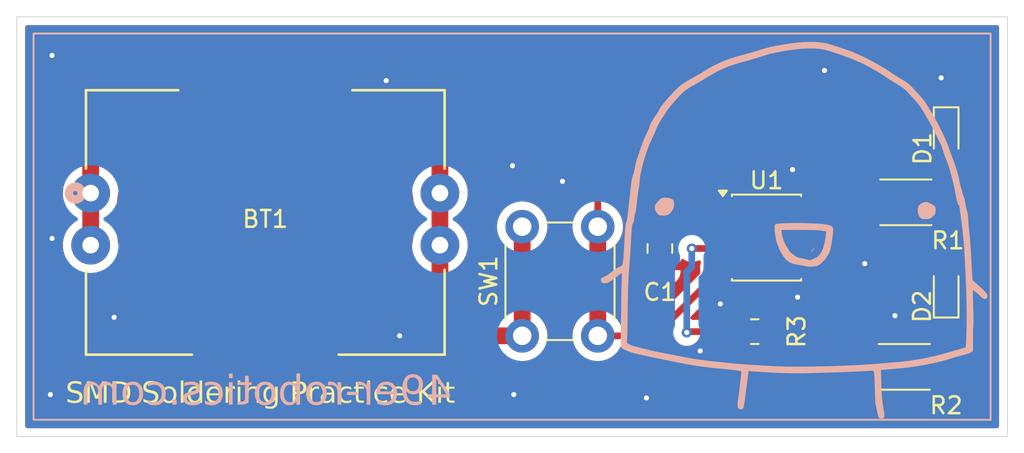
<source format=kicad_pcb>
(kicad_pcb (version 20241229) (generator "pcbnew") (generator_version "9.0")
  (layers (0 "F.Cu" signal) (2 "B.Cu" signal) (13 "F.Paste" user) (15 "B.Paste" user) (5 "F.SilkS" user "F.Silkscreen") (7 "B.SilkS" user "B.Silkscreen") (1 "F.Mask" user) (3 "B.Mask" user) (25 "Edge.Cuts" user))
  (net 0 "")
  (net 1 "GND")
  (net 2 "VCC")
  (net 3 "Net-(D1-A)")
  (net 4 "Net-(D1-K)")
  (net 5 "Net-(D2-A)")
  (net 6 "Net-(D2-K)")
  (net 7 "Net-(U1-THRES)")
  (footprint "Resistor_SMD:R_0805_2012Metric_Pad1.20x1.40mm_HandSolder" (layer "F.Cu") (at 111.95 92.75)
    (property "Reference" "R3")
    (property "Value" "47k" (hide yes))
  )
  (footprint "49er:LOGO" (layer "F.Cu") (at 108 78.9)
    (property "Reference" "G***" (hide yes))
    (property "Value" "LOGO" (hide yes))
  )
  (footprint "Battery Holder:BAT-HLD-001-THM_TEC" (layer "F.Cu") (at 72.400001 84.500001)
    (property "Reference" "BT1")
    (property "Value" "CR2032")
  )
  (footprint "LED_SMD:LED_0603_1608Metric_Pad1.05x0.95mm_HandSolder" (layer "F.Cu") (at 123.35 90.25 90)
    (property "Reference" "D2")
    (property "Value" "Red" (hide yes))
  )
  (footprint "Button_Switch_THT:SW_PUSH_6mm_H5mm" (layer "F.Cu") (at 98.1 93 90)
    (property "Reference" "SW1")
    (property "Value" "SW_SPST" (hide yes))
  )
  (footprint "Package_SO:SOIC-8_3.9x4.9mm_P1.27mm" (layer "F.Cu") (at 112.65 87.15)
    (property "Reference" "U1")
    (property "Value" "TLC555xD" (hide yes))
  )
  (footprint "Resistor_SMD:R_2010_5025Metric_Pad1.40x2.65mm_HandSolder" (layer "F.Cu") (at 120.95 85.05 180)
    (property "Reference" "R1")
    (property "Value" "100" (hide yes))
  )
  (footprint "Resistor_SMD:R_2010_5025Metric_Pad1.40x2.65mm_HandSolder" (layer "F.Cu") (at 120.85 94.85 180)
    (property "Reference" "R2")
    (property "Value" "100" (hide yes))
  )
  (footprint "LED_SMD:LED_0603_1608Metric_Pad1.05x0.95mm_HandSolder" (layer "F.Cu") (at 123.35 81.05 -90)
    (property "Reference" "D1")
    (property "Value" "Red" (hide yes))
  )
  (footprint "Capacitor_SMD:C_0805_2012Metric_Pad1.18x1.45mm_HandSolder" (layer "F.Cu") (at 106.3 87.8 -90)
    (property "Reference" "C1")
    (property "Value" "10uF" (hide yes))
  )
  (footprint "LOGO" (layer "B.Cu") (at 113.2 88.5 180)
    (property "Reference" "G***" (hide yes))
    (property "Value" "LOGO" (hide yes))
  )
  (gr_rect (start 69 75) (end 126 98) (stroke (width 0.1)) (fill no) (layer "F.SilkS"))
  (gr_rect (start 69 75) (end 126 98) (stroke (width 0.1)) (fill no) (layer "B.SilkS"))
  (gr_rect (start 68 74) (end 127 99) (stroke (width 0.05)) (fill no) (layer "Edge.Cuts"))
  (gr_text "SMD Soldering Practice Kit" (at 70.9 97.2 0) (layer "F.SilkS") (effects (font (size 1.25 1.25) (thickness 0.1)) (justify left bottom)))
  (gr_text "49er-robotics.com" (at 93.9 97.4 0) (layer "B.SilkS") (effects (font (size 1.75 1.75) (thickness 0.21875)) (justify left bottom mirror)))
  (via (at 118.5 88.7) (size 0.6) (drill 0.3) (layers "F.Cu" "B.Cu") (net 1))
  (via (at 123.054983 77.636913) (size 0.6) (drill 0.3) (layers "F.Cu" "B.Cu") (net 1))
  (via (at 100.5 83.8) (size 0.6) (drill 0.3) (layers "F.Cu" "B.Cu") (net 1))
  (via (at 120.3 91.8) (size 0.6) (drill 0.3) (layers "F.Cu" "B.Cu") (net 1))
  (via (at 116.1 77.2) (size 0.6) (drill 0.3) (layers "F.Cu" "B.Cu") (net 1))
  (via (at 90.8 93) (size 0.6) (drill 0.3) (layers "F.Cu" "B.Cu") (net 1))
  (via (at 109.9 91.1) (size 0.6) (drill 0.3) (layers "F.Cu" "B.Cu") (net 1))
  (via (at 105.5 96.7) (size 0.6) (drill 0.3) (layers "F.Cu" "B.Cu") (net 1))
  (via (at 97.6 96.5) (size 0.6) (drill 0.3) (layers "F.Cu" "B.Cu") (net 1))
  (via (at 97.522765 82.870225) (size 0.6) (drill 0.3) (layers "F.Cu" "B.Cu") (net 1))
  (via (at 70 96.5) (size 0.6) (drill 0.3) (layers "F.Cu" "B.Cu") (net 1))
  (via (at 108.7 93.9) (size 0.6) (drill 0.3) (layers "F.Cu" "B.Cu") (net 1))
  (via (at 70.1 87.2) (size 0.6) (drill 0.3) (layers "F.Cu" "B.Cu") (net 1))
  (via (at 70.1 76.3) (size 0.6) (drill 0.3) (layers "F.Cu" "B.Cu") (net 1))
  (via (at 114.5 90.7) (size 0.6) (drill 0.3) (layers "F.Cu" "B.Cu") (net 1))
  (via (at 90 77.8) (size 0.6) (drill 0.3) (layers "F.Cu" "B.Cu") (net 1))
  (via (at 114.2 83.1) (size 0.6) (drill 0.3) (layers "F.Cu" "B.Cu") (net 1))
  (via (at 73.8 91.9) (size 0.6) (drill 0.3) (layers "F.Cu" "B.Cu") (net 1))
  (segment (start 91.7 76.1) (end 93.2 77.6) (width 1) (layer "F.Cu") (net 2))
  (segment (start 93.2 84.500001) (end 93.2 87.6) (width 1) (layer "F.Cu") (net 2))
  (segment (start 72.400001 84.500001) (end 72.400001 87.6) (width 1) (layer "F.Cu") (net 2))
  (segment (start 72.400001 84.500001) (end 72.400001 79.799999) (width 1) (layer "F.Cu") (net 2))
  (segment (start 98.1 86.5) (end 98.1 93) (width 1) (layer "F.Cu") (net 2))
  (segment (start 93.2 87.6) (end 93.2 91.2) (width 1) (layer "F.Cu") (net 2))
  (segment (start 76.1 76.1) (end 91.7 76.1) (width 1) (layer "F.Cu") (net 2))
  (segment (start 93.2 91.2) (end 95 93) (width 1) (layer "F.Cu") (net 2))
  (segment (start 93.2 77.6) (end 93.2 84.500001) (width 1) (layer "F.Cu") (net 2))
  (segment (start 95 93) (end 98.1 93) (width 1) (layer "F.Cu") (net 2))
  (segment (start 72.400001 79.799999) (end 76.1 76.1) (width 1) (layer "F.Cu") (net 2))
  (segment (start 110.175 89.055) (end 109.945 89.055) (width 0.4) (layer "F.Cu") (net 3))
  (segment (start 103.3 84) (end 102.6 84.7) (width 0.4) (layer "F.Cu") (net 3))
  (segment (start 115.125 85.245) (end 113.845 85.245) (width 0.4) (layer "F.Cu") (net 3))
  (segment (start 102.6 86.5) (end 102.6 93) (width 1) (layer "F.Cu") (net 3))
  (segment (start 115.125 83.775) (end 115.125 85.245) (width 0.4) (layer "F.Cu") (net 3))
  (segment (start 123.35 81.925) (end 122.175 81.925) (width 0.4) (layer "F.Cu") (net 3))
  (segment (start 106 93) (end 102.6 93) (width 0.4) (layer "F.Cu") (net 3))
  (segment (start 109.945 89.055) (end 106 93) (width 0.4) (layer "F.Cu") (net 3))
  (segment (start 113.845 85.245) (end 112.6 84) (width 0.4) (layer "F.Cu") (net 3))
  (segment (start 116 82.9) (end 115.125 83.775) (width 0.4) (layer "F.Cu") (net 3))
  (segment (start 121.2 82.9) (end 116 82.9) (width 0.4) (layer "F.Cu") (net 3))
  (segment (start 122.175 81.925) (end 121.2 82.9) (width 0.4) (layer "F.Cu") (net 3))
  (segment (start 102.6 84.7) (end 102.6 86.5) (width 0.4) (layer "F.Cu") (net 3))
  (segment (start 112.6 84) (end 103.3 84) (width 0.4) (layer "F.Cu") (net 3))
  (segment (start 124.65 85.05) (end 123.35 85.05) (width 0.4) (layer "F.Cu") (net 4))
  (segment (start 123.35 80.175) (end 124.475 80.175) (width 0.4) (layer "F.Cu") (net 4))
  (segment (start 125.1 84.6) (end 124.65 85.05) (width 0.4) (layer "F.Cu") (net 4))
  (segment (start 124.475 80.175) (end 125.1 80.8) (width 0.4) (layer "F.Cu") (net 4))
  (segment (start 125.1 80.8) (end 125.1 84.6) (width 0.4) (layer "F.Cu") (net 4))
  (segment (start 121.7 89.375) (end 121.1 89.375) (width 0.4) (layer "F.Cu") (net 5))
  (segment (start 107.95 92.75) (end 107.9 92.8) (width 0.4) (layer "F.Cu") (net 5))
  (segment (start 121.425 89.1) (end 121.375 89.1) (width 0.4) (layer "F.Cu") (net 5))
  (segment (start 121.425 89.1) (end 121.7 89.375) (width 0.4) (layer "F.Cu") (net 5))
  (segment (start 121.375 88.075) (end 120.7 87.4) (width 0.4) (layer "F.Cu") (net 5))
  (segment (start 120.7 87.4) (end 119.3 87.4) (width 0.4) (layer "F.Cu") (net 5))
  (segment (start 110.95 92.75) (end 107.95 92.75) (width 0.4) (layer "F.Cu") (net 5))
  (segment (start 115.749 93.851) (end 112.051 93.851) (width 0.4) (layer "F.Cu") (net 5))
  (segment (start 121.375 89.375) (end 121.375 89.1) (width 0.4) (layer "F.Cu") (net 5))
  (segment (start 118.55 86.65) (end 118.55 85.05) (width 0.4) (layer "F.Cu") (net 5))
  (segment (start 108.2 87.8) (end 110.16 87.8) (width 0.4) (layer "F.Cu") (net 5))
  (segment (start 110.16 87.8) (end 110.175 87.785) (width 0.4) (layer "F.Cu") (net 5))
  (segment (start 121.375 89.1) (end 121.375 88.075) (width 0.4) (layer "F.Cu") (net 5))
  (segment (start 119.3 87.4) (end 118.55 86.65) (width 0.4) (layer "F.Cu") (net 5))
  (segment (start 120.225 89.375) (end 115.749 93.851) (width 0.4) (layer "F.Cu") (net 5))
  (segment (start 112.051 93.851) (end 110.95 92.75) (width 0.4) (layer "F.Cu") (net 5))
  (segment (start 121.1 89.375) (end 120.225 89.375) (width 0.4) (layer "F.Cu") (net 5))
  (segment (start 121.375 89.1) (end 121.1 89.375) (width 0.4) (layer "F.Cu") (net 5))
  (segment (start 123.35 89.375) (end 121.7 89.375) (width 0.4) (layer "F.Cu") (net 5))
  (via (at 108.2 87.8) (size 0.6) (drill 0.3) (layers "F.Cu" "B.Cu") (net 5))
  (via (at 107.9 92.8) (size 0.6) (drill 0.3) (layers "F.Cu" "B.Cu") (net 5))
  (segment (start 108.2 88.9) (end 108.2 87.8) (width 0.4) (layer "B.Cu") (net 5))
  (segment (start 107.9 92.8) (end 107.9 89.2) (width 0.4) (layer "B.Cu") (net 5))
  (segment (start 107.9 89.2) (end 108.2 88.9) (width 0.4) (layer "B.Cu") (net 5))
  (segment (start 123.35 94.75) (end 123.25 94.85) (width 0.4) (layer "F.Cu") (net 6))
  (segment (start 123.35 91.125) (end 123.35 94.75) (width 0.4) (layer "F.Cu") (net 6))
  (segment (start 112.096612 86.515) (end 113.366612 87.785) (width 0.4) (layer "F.Cu") (net 7))
  (segment (start 117.1 89.8) (end 117.1 88.2) (width 0.4) (layer "F.Cu") (net 7))
  (segment (start 116.685 87.785) (end 115.125 87.785) (width 0.4) (layer "F.Cu") (net 7))
  (segment (start 106.65 86.6875) (end 110.0025 86.6875) (width 0.4) (layer "F.Cu") (net 7))
  (segment (start 110.175 86.515) (end 112.096612 86.515) (width 0.4) (layer "F.Cu") (net 7))
  (segment (start 110.0025 86.6875) (end 110.175 86.515) (width 0.4) (layer "F.Cu") (net 7))
  (segment (start 117.1 88.2) (end 116.685 87.785) (width 0.4) (layer "F.Cu") (net 7))
  (segment (start 113.366612 87.785) (end 115.125 87.785) (width 0.4) (layer "F.Cu") (net 7))
  (segment (start 114.15 92.75) (end 117.1 89.8) (width 0.4) (layer "F.Cu") (net 7))
  (segment (start 112.95 92.75) (end 114.15 92.75) (width 0.4) (layer "F.Cu") (net 7))
  (zone (net 1) (net_name "GND") (layers "F.Cu" "B.Cu") (connect_pads (clearance 0.5)) (min_thickness 0.25) (fill yes (thermal_gap 0.5) (thermal_bridge_width 0.5))
    (polygon (pts (xy 128 73) (xy 128 100) (xy 67 100) (xy 67 73)))
  )
)
</source>
